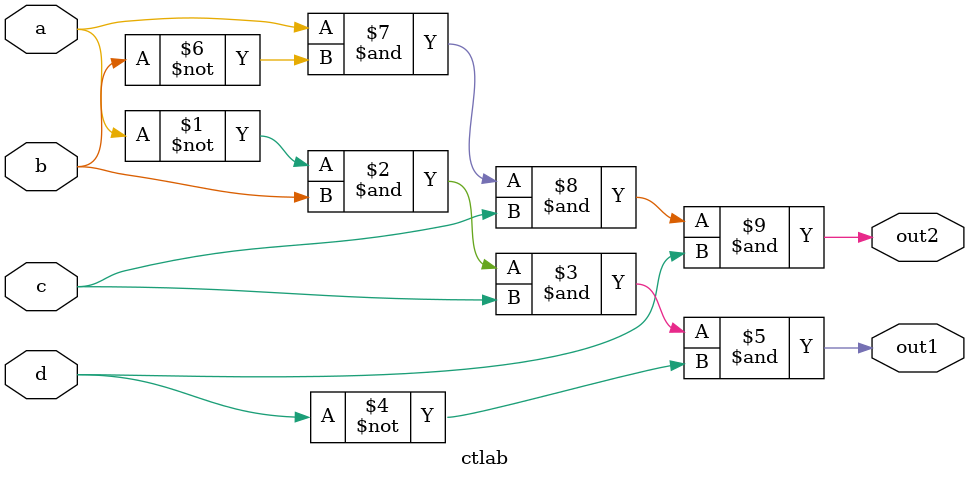
<source format=v>

module ctlab_test;
reg a,b,c,d;
wire out1,out2;
ctlab oo(.out1(out1),.out2(out2),.a(a),.b(b),.c(c),.d(d));
initial begin
    #0 a=0; b=0; c=0; d=0; //0
    #10 a=0; b=0; c=0; d=1; //1
    #10 a=0; b=0; c=1; d=0; //2
    #10 a=0; b=0; c=1; d=1; //3
    #10 a=0; b=1; c=0; d=0; //4
    #10 a=0; b=1; c=0; d=1; //5
    #10 a=0; b=1; c=1; d=0; //6
    #10 a=0; b=1; c=1; d=1; //7
    #10 a=1; b=0; c=0; d=0; //8
    #10 a=1; b=0; c=0; d=1; //9
    #10 a=1; b=0; c=1; d=0; //10
    #10 a=1; b=0; c=1; d=1; //11
    #10 a=1; b=1; c=0; d=0; //12
    #10 a=1; b=1; c=0; d=1; //13
    #10 a=1; b=1; c=1; d=0; //14
    #10 a=1; b=1; c=1; d=1; //15
end
initial begin
  $display("Que_1_POS_(Data Flow) -- HEM -- 2020503007\n");
  $display("Expression -> CT1: C0'.C1.K0.K1' | CT2: C0.C1'.K0.K1");
  $monitor("\n%b %b %b %b\nCT1 = %b | CT2 = %b\ttime = %3d",a,b,c,d,out1,out2,$time);
end
endmodule

module ctlab(out1,out2,a,b,c,d);
input a,b,c,d;
output out1,out2;
assign out1 = (~a)&b&c&(~d);
assign out2 = a&(~b)&c&d;
endmodule
</source>
